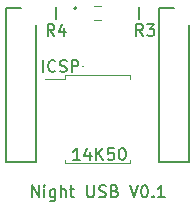
<source format=gbr>
%TF.GenerationSoftware,KiCad,Pcbnew,(6.0.2)*%
%TF.CreationDate,2022-12-01T20:05:35+01:00*%
%TF.ProjectId,nightUSB,6e696768-7455-4534-922e-6b696361645f,rev?*%
%TF.SameCoordinates,Original*%
%TF.FileFunction,Legend,Top*%
%TF.FilePolarity,Positive*%
%FSLAX46Y46*%
G04 Gerber Fmt 4.6, Leading zero omitted, Abs format (unit mm)*
G04 Created by KiCad (PCBNEW (6.0.2)) date 2022-12-01 20:05:35*
%MOMM*%
%LPD*%
G01*
G04 APERTURE LIST*
%ADD10C,0.150000*%
%ADD11C,0.200000*%
%ADD12C,0.100000*%
%ADD13C,0.120000*%
G04 APERTURE END LIST*
D10*
X86454761Y-80602380D02*
X86454761Y-79602380D01*
X87026190Y-80602380D01*
X87026190Y-79602380D01*
X87502380Y-80602380D02*
X87502380Y-79935714D01*
X87502380Y-79602380D02*
X87454761Y-79650000D01*
X87502380Y-79697619D01*
X87550000Y-79650000D01*
X87502380Y-79602380D01*
X87502380Y-79697619D01*
X88407142Y-79935714D02*
X88407142Y-80745238D01*
X88359523Y-80840476D01*
X88311904Y-80888095D01*
X88216666Y-80935714D01*
X88073809Y-80935714D01*
X87978571Y-80888095D01*
X88407142Y-80554761D02*
X88311904Y-80602380D01*
X88121428Y-80602380D01*
X88026190Y-80554761D01*
X87978571Y-80507142D01*
X87930952Y-80411904D01*
X87930952Y-80126190D01*
X87978571Y-80030952D01*
X88026190Y-79983333D01*
X88121428Y-79935714D01*
X88311904Y-79935714D01*
X88407142Y-79983333D01*
X88883333Y-80602380D02*
X88883333Y-79602380D01*
X89311904Y-80602380D02*
X89311904Y-80078571D01*
X89264285Y-79983333D01*
X89169047Y-79935714D01*
X89026190Y-79935714D01*
X88930952Y-79983333D01*
X88883333Y-80030952D01*
X89645238Y-79935714D02*
X90026190Y-79935714D01*
X89788095Y-79602380D02*
X89788095Y-80459523D01*
X89835714Y-80554761D01*
X89930952Y-80602380D01*
X90026190Y-80602380D01*
X91121428Y-79602380D02*
X91121428Y-80411904D01*
X91169047Y-80507142D01*
X91216666Y-80554761D01*
X91311904Y-80602380D01*
X91502380Y-80602380D01*
X91597619Y-80554761D01*
X91645238Y-80507142D01*
X91692857Y-80411904D01*
X91692857Y-79602380D01*
X92121428Y-80554761D02*
X92264285Y-80602380D01*
X92502380Y-80602380D01*
X92597619Y-80554761D01*
X92645238Y-80507142D01*
X92692857Y-80411904D01*
X92692857Y-80316666D01*
X92645238Y-80221428D01*
X92597619Y-80173809D01*
X92502380Y-80126190D01*
X92311904Y-80078571D01*
X92216666Y-80030952D01*
X92169047Y-79983333D01*
X92121428Y-79888095D01*
X92121428Y-79792857D01*
X92169047Y-79697619D01*
X92216666Y-79650000D01*
X92311904Y-79602380D01*
X92550000Y-79602380D01*
X92692857Y-79650000D01*
X93454761Y-80078571D02*
X93597619Y-80126190D01*
X93645238Y-80173809D01*
X93692857Y-80269047D01*
X93692857Y-80411904D01*
X93645238Y-80507142D01*
X93597619Y-80554761D01*
X93502380Y-80602380D01*
X93121428Y-80602380D01*
X93121428Y-79602380D01*
X93454761Y-79602380D01*
X93550000Y-79650000D01*
X93597619Y-79697619D01*
X93645238Y-79792857D01*
X93645238Y-79888095D01*
X93597619Y-79983333D01*
X93550000Y-80030952D01*
X93454761Y-80078571D01*
X93121428Y-80078571D01*
X94740476Y-79602380D02*
X95073809Y-80602380D01*
X95407142Y-79602380D01*
X95930952Y-79602380D02*
X96026190Y-79602380D01*
X96121428Y-79650000D01*
X96169047Y-79697619D01*
X96216666Y-79792857D01*
X96264285Y-79983333D01*
X96264285Y-80221428D01*
X96216666Y-80411904D01*
X96169047Y-80507142D01*
X96121428Y-80554761D01*
X96026190Y-80602380D01*
X95930952Y-80602380D01*
X95835714Y-80554761D01*
X95788095Y-80507142D01*
X95740476Y-80411904D01*
X95692857Y-80221428D01*
X95692857Y-79983333D01*
X95740476Y-79792857D01*
X95788095Y-79697619D01*
X95835714Y-79650000D01*
X95930952Y-79602380D01*
X96692857Y-80507142D02*
X96740476Y-80554761D01*
X96692857Y-80602380D01*
X96645238Y-80554761D01*
X96692857Y-80507142D01*
X96692857Y-80602380D01*
X97692857Y-80602380D02*
X97121428Y-80602380D01*
X97407142Y-80602380D02*
X97407142Y-79602380D01*
X97311904Y-79745238D01*
X97216666Y-79840476D01*
X97121428Y-79888095D01*
X87373809Y-70002380D02*
X87373809Y-69002380D01*
X88421428Y-69907142D02*
X88373809Y-69954761D01*
X88230952Y-70002380D01*
X88135714Y-70002380D01*
X87992857Y-69954761D01*
X87897619Y-69859523D01*
X87850000Y-69764285D01*
X87802380Y-69573809D01*
X87802380Y-69430952D01*
X87850000Y-69240476D01*
X87897619Y-69145238D01*
X87992857Y-69050000D01*
X88135714Y-69002380D01*
X88230952Y-69002380D01*
X88373809Y-69050000D01*
X88421428Y-69097619D01*
X88802380Y-69954761D02*
X88945238Y-70002380D01*
X89183333Y-70002380D01*
X89278571Y-69954761D01*
X89326190Y-69907142D01*
X89373809Y-69811904D01*
X89373809Y-69716666D01*
X89326190Y-69621428D01*
X89278571Y-69573809D01*
X89183333Y-69526190D01*
X88992857Y-69478571D01*
X88897619Y-69430952D01*
X88850000Y-69383333D01*
X88802380Y-69288095D01*
X88802380Y-69192857D01*
X88850000Y-69097619D01*
X88897619Y-69050000D01*
X88992857Y-69002380D01*
X89230952Y-69002380D01*
X89373809Y-69050000D01*
X89802380Y-70002380D02*
X89802380Y-69002380D01*
X90183333Y-69002380D01*
X90278571Y-69050000D01*
X90326190Y-69097619D01*
X90373809Y-69192857D01*
X90373809Y-69335714D01*
X90326190Y-69430952D01*
X90278571Y-69478571D01*
X90183333Y-69526190D01*
X89802380Y-69526190D01*
%TO.C,R3*%
X95833333Y-66952380D02*
X95500000Y-66476190D01*
X95261904Y-66952380D02*
X95261904Y-65952380D01*
X95642857Y-65952380D01*
X95738095Y-66000000D01*
X95785714Y-66047619D01*
X95833333Y-66142857D01*
X95833333Y-66285714D01*
X95785714Y-66380952D01*
X95738095Y-66428571D01*
X95642857Y-66476190D01*
X95261904Y-66476190D01*
X96166666Y-65952380D02*
X96785714Y-65952380D01*
X96452380Y-66333333D01*
X96595238Y-66333333D01*
X96690476Y-66380952D01*
X96738095Y-66428571D01*
X96785714Y-66523809D01*
X96785714Y-66761904D01*
X96738095Y-66857142D01*
X96690476Y-66904761D01*
X96595238Y-66952380D01*
X96309523Y-66952380D01*
X96214285Y-66904761D01*
X96166666Y-66857142D01*
%TO.C,R4*%
X88333333Y-66952380D02*
X88000000Y-66476190D01*
X87761904Y-66952380D02*
X87761904Y-65952380D01*
X88142857Y-65952380D01*
X88238095Y-66000000D01*
X88285714Y-66047619D01*
X88333333Y-66142857D01*
X88333333Y-66285714D01*
X88285714Y-66380952D01*
X88238095Y-66428571D01*
X88142857Y-66476190D01*
X87761904Y-66476190D01*
X89190476Y-66285714D02*
X89190476Y-66952380D01*
X88952380Y-65904761D02*
X88714285Y-66619047D01*
X89333333Y-66619047D01*
%TO.C,U1*%
X90507142Y-77452380D02*
X89935714Y-77452380D01*
X90221428Y-77452380D02*
X90221428Y-76452380D01*
X90126190Y-76595238D01*
X90030952Y-76690476D01*
X89935714Y-76738095D01*
X91364285Y-76785714D02*
X91364285Y-77452380D01*
X91126190Y-76404761D02*
X90888095Y-77119047D01*
X91507142Y-77119047D01*
X91888095Y-77452380D02*
X91888095Y-76452380D01*
X92459523Y-77452380D02*
X92030952Y-76880952D01*
X92459523Y-76452380D02*
X91888095Y-77023809D01*
X93364285Y-76452380D02*
X92888095Y-76452380D01*
X92840476Y-76928571D01*
X92888095Y-76880952D01*
X92983333Y-76833333D01*
X93221428Y-76833333D01*
X93316666Y-76880952D01*
X93364285Y-76928571D01*
X93411904Y-77023809D01*
X93411904Y-77261904D01*
X93364285Y-77357142D01*
X93316666Y-77404761D01*
X93221428Y-77452380D01*
X92983333Y-77452380D01*
X92888095Y-77404761D01*
X92840476Y-77357142D01*
X94030952Y-76452380D02*
X94126190Y-76452380D01*
X94221428Y-76500000D01*
X94269047Y-76547619D01*
X94316666Y-76642857D01*
X94364285Y-76833333D01*
X94364285Y-77071428D01*
X94316666Y-77261904D01*
X94269047Y-77357142D01*
X94221428Y-77404761D01*
X94126190Y-77452380D01*
X94030952Y-77452380D01*
X93935714Y-77404761D01*
X93888095Y-77357142D01*
X93840476Y-77261904D01*
X93792857Y-77071428D01*
X93792857Y-76833333D01*
X93840476Y-76642857D01*
X93888095Y-76547619D01*
X93935714Y-76500000D01*
X94030952Y-76452380D01*
D11*
%TO.C,R3*%
X95500000Y-65525000D02*
X95500000Y-64475000D01*
%TO.C,J3*%
X98500000Y-64555000D02*
X97230000Y-64555000D01*
X97230000Y-77605000D02*
X99770000Y-77605000D01*
X99770000Y-77605000D02*
X99770000Y-66000000D01*
X97230000Y-64555000D02*
X97230000Y-77605000D01*
%TO.C,J1*%
X90766000Y-69514000D02*
G75*
G03*
X90766000Y-69514000I-63000J0D01*
G01*
%TO.C,LED1*%
X90100000Y-64500000D02*
X90100000Y-64500000D01*
X90100000Y-64700000D02*
X90100000Y-64700000D01*
D12*
X91700000Y-64375000D02*
X92300000Y-64375000D01*
X91700000Y-65625000D02*
X92300000Y-65625000D01*
D11*
X90100000Y-64700000D02*
G75*
G03*
X90100000Y-64500000I0J100000D01*
G01*
X90100000Y-64500000D02*
G75*
G03*
X90100000Y-64700000I0J-100000D01*
G01*
%TO.C,R4*%
X88500000Y-64475000D02*
X88500000Y-65525000D01*
D13*
%TO.C,U1*%
X94760000Y-77710000D02*
X94760000Y-77435000D01*
X89240000Y-70565000D02*
X87550000Y-70565000D01*
X92000000Y-70290000D02*
X94760000Y-70290000D01*
X92000000Y-77710000D02*
X89240000Y-77710000D01*
X92000000Y-77710000D02*
X94760000Y-77710000D01*
X94760000Y-70290000D02*
X94760000Y-70565000D01*
X89240000Y-77710000D02*
X89240000Y-77435000D01*
X92000000Y-70290000D02*
X89240000Y-70290000D01*
X89240000Y-70290000D02*
X89240000Y-70565000D01*
D11*
%TO.C,J4*%
X84230000Y-64555000D02*
X84230000Y-77605000D01*
X84230000Y-77605000D02*
X86770000Y-77605000D01*
X86770000Y-77605000D02*
X86770000Y-66000000D01*
X85500000Y-64555000D02*
X84230000Y-64555000D01*
%TD*%
M02*

</source>
